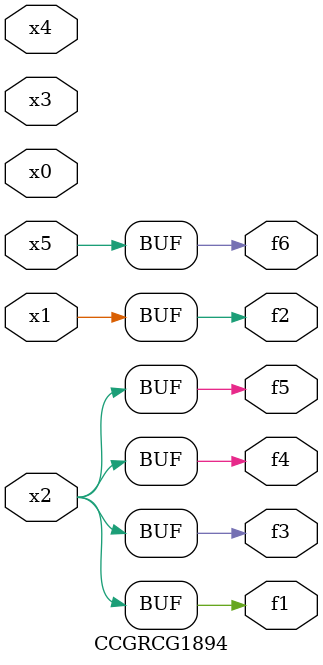
<source format=v>
module CCGRCG1894(
	input x0, x1, x2, x3, x4, x5,
	output f1, f2, f3, f4, f5, f6
);
	assign f1 = x2;
	assign f2 = x1;
	assign f3 = x2;
	assign f4 = x2;
	assign f5 = x2;
	assign f6 = x5;
endmodule

</source>
